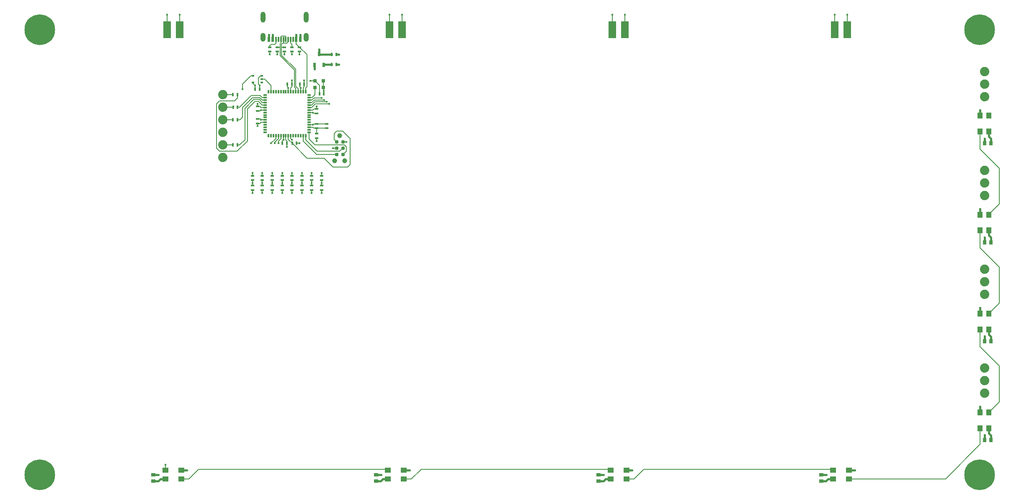
<source format=gtl>
G04*
G04 #@! TF.GenerationSoftware,Altium Limited,Altium Designer,25.8.1 (18)*
G04*
G04 Layer_Physical_Order=1*
G04 Layer_Color=255*
%FSLAX44Y44*%
%MOMM*%
G71*
G04*
G04 #@! TF.SameCoordinates,81C11201-375C-4BD5-9A96-A29CD0A19B37*
G04*
G04*
G04 #@! TF.FilePolarity,Positive*
G04*
G01*
G75*
%ADD11R,0.4000X0.7000*%
%ADD12R,0.6000X0.9000*%
%ADD13R,0.7000X0.4000*%
%ADD14R,0.3000X1.0000*%
%ADD15R,0.6000X1.0000*%
%ADD16R,0.3500X0.8000*%
%ADD17R,0.7000X0.9000*%
%ADD18R,1.1000X1.2000*%
%ADD19R,0.9000X0.7000*%
%ADD20R,1.2000X1.1000*%
%ADD21R,1.5000X3.5000*%
%ADD22R,0.7800X0.6800*%
%ADD23R,0.6000X0.3500*%
%ADD24R,0.8000X0.3500*%
%ADD45C,0.7874*%
%ADD46C,0.1500*%
%ADD47C,0.4000*%
%ADD48O,1.0000X2.2000*%
%ADD49O,1.0000X1.8000*%
%ADD50C,1.8796*%
%ADD51C,0.9906*%
%ADD52C,6.2000*%
%ADD53C,0.4500*%
D11*
X640500Y880000D02*
D03*
X649500D02*
D03*
X640500Y900000D02*
D03*
X649500D02*
D03*
X615500Y820000D02*
D03*
X575500Y840000D02*
D03*
X550500Y840000D02*
D03*
X494500Y830000D02*
D03*
X540500Y720000D02*
D03*
X485500Y830000D02*
D03*
X569500Y720000D02*
D03*
X624500Y820000D02*
D03*
X584500Y840000D02*
D03*
X559500Y840000D02*
D03*
X549500Y720000D02*
D03*
X560500Y720000D02*
D03*
X449500Y716900D02*
D03*
X440500D02*
D03*
X449500Y818500D02*
D03*
X440500D02*
D03*
X450000Y793100D02*
D03*
X441000D02*
D03*
X449500Y767700D02*
D03*
X440500D02*
D03*
D12*
X615000Y901000D02*
D03*
X624500Y879000D02*
D03*
X605500D02*
D03*
D13*
X575000Y914500D02*
D03*
Y905500D02*
D03*
X560000Y914500D02*
D03*
Y905500D02*
D03*
X545000Y914500D02*
D03*
Y905500D02*
D03*
X515000Y914500D02*
D03*
Y905500D02*
D03*
X530000Y914500D02*
D03*
Y905500D02*
D03*
X630000Y759500D02*
D03*
X610000Y780500D02*
D03*
Y759500D02*
D03*
X540000Y625500D02*
D03*
X520000D02*
D03*
X480000D02*
D03*
X500000D02*
D03*
X620000D02*
D03*
X600000D02*
D03*
X490000Y785500D02*
D03*
Y769500D02*
D03*
X580000Y625500D02*
D03*
X560000D02*
D03*
X610000Y730500D02*
D03*
Y789500D02*
D03*
X490000Y794500D02*
D03*
Y760500D02*
D03*
X540000Y654500D02*
D03*
X520000D02*
D03*
X500000D02*
D03*
X480000D02*
D03*
X620000D02*
D03*
X600000D02*
D03*
X580000D02*
D03*
X560000D02*
D03*
X480000Y634500D02*
D03*
X520000Y645500D02*
D03*
X500000Y634500D02*
D03*
X480000Y645500D02*
D03*
X500000D02*
D03*
X610000Y750500D02*
D03*
X630000Y750500D02*
D03*
X610000Y739500D02*
D03*
X620000Y645500D02*
D03*
X560000Y634500D02*
D03*
X600000D02*
D03*
Y645500D02*
D03*
X580000Y634500D02*
D03*
Y645500D02*
D03*
X620000Y634500D02*
D03*
X520000D02*
D03*
X560000Y645500D02*
D03*
X540000Y634500D02*
D03*
Y645500D02*
D03*
D14*
X562500Y930000D02*
D03*
X557500D02*
D03*
X527500D02*
D03*
X532500D02*
D03*
X552500D02*
D03*
X542500D02*
D03*
X547500D02*
D03*
X537500D02*
D03*
D15*
X521000D02*
D03*
X568500D02*
D03*
X577000D02*
D03*
X513000D02*
D03*
D16*
X567500Y824500D02*
D03*
X577500D02*
D03*
X552500D02*
D03*
X542500Y735500D02*
D03*
X587500Y824500D02*
D03*
X572500D02*
D03*
X582500D02*
D03*
X557500D02*
D03*
X547500Y735500D02*
D03*
X552500D02*
D03*
X532500Y824500D02*
D03*
X537500D02*
D03*
X542500D02*
D03*
X547500D02*
D03*
X562500D02*
D03*
X587500Y735500D02*
D03*
X582500D02*
D03*
X577500D02*
D03*
X572500D02*
D03*
X567500D02*
D03*
X562500D02*
D03*
X557500D02*
D03*
X537500D02*
D03*
X532500D02*
D03*
X527500D02*
D03*
X522500D02*
D03*
X517500D02*
D03*
X512500D02*
D03*
X527500Y824500D02*
D03*
X522500D02*
D03*
X517500D02*
D03*
X512500D02*
D03*
D17*
X1960000Y720000D02*
D03*
Y520000D02*
D03*
Y320000D02*
D03*
Y120000D02*
D03*
X1973000Y720000D02*
D03*
Y520000D02*
D03*
Y320000D02*
D03*
Y120000D02*
D03*
D18*
X1951250Y776000D02*
D03*
Y576000D02*
D03*
Y376000D02*
D03*
Y176000D02*
D03*
X1968750Y744000D02*
D03*
Y544000D02*
D03*
Y344000D02*
D03*
Y144000D02*
D03*
X1951250Y744000D02*
D03*
X1968750Y776000D02*
D03*
X1951250Y544000D02*
D03*
X1968750Y576000D02*
D03*
X1951250Y344000D02*
D03*
X1968750Y376000D02*
D03*
X1951250Y144000D02*
D03*
X1968750Y176000D02*
D03*
D19*
X1630000Y50000D02*
D03*
X1180000D02*
D03*
X730000D02*
D03*
X280000D02*
D03*
X1630000Y37000D02*
D03*
X1180000D02*
D03*
X730000D02*
D03*
X280000D02*
D03*
D20*
X1686000Y58750D02*
D03*
X1236000D02*
D03*
X786000D02*
D03*
X336000D02*
D03*
X1654000Y41250D02*
D03*
X1204000D02*
D03*
X754000D02*
D03*
X304000D02*
D03*
X1654000Y58750D02*
D03*
X1686000Y41250D02*
D03*
X1204000Y58750D02*
D03*
X1236000Y41250D02*
D03*
X754000Y58750D02*
D03*
X786000Y41250D02*
D03*
X336000D02*
D03*
X304000Y58750D02*
D03*
D21*
X1682700Y950000D02*
D03*
X1232700D02*
D03*
X782700D02*
D03*
X332700Y950000D02*
D03*
X1207300Y950000D02*
D03*
X757300D02*
D03*
X307300Y950000D02*
D03*
X1657300Y950000D02*
D03*
D22*
X606350Y846650D02*
D03*
X623650Y833350D02*
D03*
Y846650D02*
D03*
X606350Y833350D02*
D03*
D23*
X499000Y856500D02*
D03*
X481000Y843500D02*
D03*
Y856500D02*
D03*
X499000Y843500D02*
D03*
Y850000D02*
D03*
D24*
X594500Y782500D02*
D03*
Y757500D02*
D03*
X505500Y767500D02*
D03*
Y787500D02*
D03*
X594500Y787500D02*
D03*
X505500Y792500D02*
D03*
Y762500D02*
D03*
X594500Y817500D02*
D03*
Y812500D02*
D03*
Y807500D02*
D03*
Y802500D02*
D03*
Y797500D02*
D03*
Y792500D02*
D03*
Y777500D02*
D03*
Y772500D02*
D03*
Y767500D02*
D03*
Y762500D02*
D03*
Y752500D02*
D03*
Y747500D02*
D03*
Y742500D02*
D03*
X505500Y817500D02*
D03*
Y802500D02*
D03*
Y797500D02*
D03*
Y782500D02*
D03*
Y777500D02*
D03*
Y772500D02*
D03*
Y757500D02*
D03*
Y752500D02*
D03*
Y747500D02*
D03*
Y742500D02*
D03*
Y812500D02*
D03*
Y807500D02*
D03*
D45*
X650000Y710000D02*
D03*
X662700Y722700D02*
D03*
X650000Y697300D02*
D03*
X662700D02*
D03*
Y710000D02*
D03*
X650000Y722700D02*
D03*
D46*
X449500Y767700D02*
X454700D01*
X460000Y773000D02*
Y792500D01*
X454700Y767700D02*
X460000Y773000D01*
Y792500D02*
X480500Y813000D01*
X449500Y716900D02*
X454400D01*
X465000Y727500D02*
Y791000D01*
X454400Y716900D02*
X465000Y727500D01*
X478000Y817000D02*
X495500D01*
X454371Y793371D02*
X478000Y817000D01*
X495500D02*
X500000Y812500D01*
X494500Y813000D02*
X500000Y807500D01*
X480500Y813000D02*
X494500D01*
X493500Y809000D02*
X500000Y802500D01*
X483000Y809000D02*
X493500D01*
X465000Y791000D02*
X483000Y809000D01*
X500000Y802500D02*
X505500D01*
X492500Y805000D02*
X500000Y797500D01*
X485000Y805000D02*
X492500D01*
X500000Y797500D02*
X505500D01*
X500000Y807500D02*
X505500D01*
X500000Y812500D02*
X505500D01*
X517500Y832500D02*
Y837500D01*
X505000Y850000D02*
X517500Y837500D01*
X499000Y850000D02*
X505000D01*
X517500Y832500D02*
X517500Y832500D01*
Y824500D02*
Y832500D01*
X460000Y830000D02*
Y840000D01*
X476500Y856500D01*
X481000D01*
X450271Y793371D02*
X454371D01*
X470000Y725000D02*
Y790000D01*
X485000Y805000D01*
X450000Y793100D02*
X450271Y793371D01*
X449000Y704000D02*
X470000Y725000D01*
X549500Y712500D02*
Y720000D01*
X587500Y832500D02*
X590000Y835000D01*
Y899500D01*
X575000Y914500D02*
X590000Y899500D01*
X539000Y898500D02*
X567500Y870000D01*
Y835500D02*
Y870000D01*
X536500Y897465D02*
X565000Y868964D01*
Y834000D02*
Y868964D01*
X537500Y930000D02*
Y936621D01*
X550000Y922500D02*
X552500Y925000D01*
X542500Y923500D02*
Y930000D01*
X552500Y925000D02*
Y930000D01*
X541500Y922500D02*
X550000D01*
X539000Y914500D02*
X545000D01*
X541500Y922500D02*
X542500Y923500D01*
X539000Y920000D02*
X541500Y922500D01*
X539000Y914500D02*
Y920000D01*
Y898500D02*
Y914500D01*
X572500Y824500D02*
Y830500D01*
X567500Y835500D02*
X572500Y830500D01*
X547500Y930000D02*
Y936621D01*
X538379Y937500D02*
X546621D01*
X547500Y936621D01*
X537500D02*
X538379Y937500D01*
X536500Y921500D02*
X537500Y922500D01*
Y930000D01*
X536500Y915000D02*
Y921500D01*
Y897465D02*
Y915000D01*
X536000Y914500D02*
X536500Y915000D01*
X530000Y914500D02*
X536000D01*
X567500Y824500D02*
Y831500D01*
X565000Y834000D02*
X567500Y831500D01*
X545000Y900000D02*
Y905500D01*
Y900000D02*
X545000Y900000D01*
X530000Y900000D02*
X530000Y900000D01*
X530000Y900000D02*
Y905500D01*
X1232700Y950000D02*
Y980000D01*
X1682700Y950000D02*
Y980000D01*
X782700Y950000D02*
Y980000D01*
X610000Y759500D02*
X630000D01*
X606350Y846650D02*
X615500Y837500D01*
Y820000D02*
Y837500D01*
X560000Y900000D02*
Y905500D01*
Y900000D02*
X560000Y900000D01*
X604500Y759500D02*
X610000D01*
X604500Y780500D02*
X610000D01*
Y759500D02*
X610000Y759500D01*
X594500Y782500D02*
X602500D01*
X604500Y780500D01*
X602500Y757500D02*
X604500Y759500D01*
X594500Y757500D02*
X602500D01*
X642500Y710000D02*
X650000D01*
X540000Y620000D02*
Y625500D01*
X520000Y620000D02*
Y625500D01*
X575000Y900000D02*
Y905500D01*
Y900000D02*
X575000Y900000D01*
X515000Y900000D02*
Y905500D01*
Y900000D02*
X515000Y900000D01*
X332700Y950000D02*
Y980000D01*
X496500Y856500D02*
X499000D01*
X497500Y787500D02*
X505500D01*
X492500Y852500D02*
X496500Y856500D01*
X540500Y725500D02*
X542500Y727500D01*
Y735500D01*
X540500Y720000D02*
Y725500D01*
X500000Y620000D02*
Y625500D01*
X620000Y620000D02*
X620000Y620000D01*
X620000Y620000D02*
Y625500D01*
X600000Y620000D02*
Y625500D01*
X495500Y785500D02*
X497500Y787500D01*
X497500Y767500D02*
X505500D01*
X495500Y769500D02*
X497500Y767500D01*
X490000Y785500D02*
X495500D01*
X490000Y769500D02*
X495500D01*
X580000Y620000D02*
Y625500D01*
X560000Y620000D02*
Y625500D01*
X580000Y620000D02*
X580000Y620000D01*
X492500Y839500D02*
X494500Y837500D01*
X575500Y834500D02*
X577500Y832500D01*
X550500Y834500D02*
Y840000D01*
X575500Y834500D02*
Y840000D01*
X494500Y830000D02*
Y837500D01*
X552500Y824500D02*
Y832500D01*
X550500Y834500D02*
X552500Y832500D01*
X577500Y824500D02*
Y832500D01*
X492500Y839500D02*
Y852500D01*
X597500Y846650D02*
X606350D01*
X480000Y620000D02*
Y625500D01*
X557500Y922500D02*
Y930000D01*
X560000Y914500D02*
Y920000D01*
X557500Y922500D02*
X560000Y920000D01*
X515000Y914500D02*
Y917500D01*
X517500Y920000D01*
X525000D01*
X527500Y922500D01*
Y930000D01*
X615000Y901000D02*
X616000Y900000D01*
X587500Y824500D02*
Y832500D01*
X568500Y921000D02*
X575000Y914500D01*
X568500Y921000D02*
Y930000D01*
X481000Y841500D02*
Y843500D01*
Y841500D02*
X485500Y837000D01*
Y830000D02*
Y837000D01*
X624500Y879000D02*
X625500Y880000D01*
X610000Y789500D02*
Y795000D01*
X490000Y794500D02*
Y800000D01*
Y755000D02*
Y760500D01*
X495500Y794500D02*
X497500Y792500D01*
X490000Y794500D02*
X495500D01*
X497500Y792500D02*
X505500D01*
X495500Y760500D02*
X497500Y762500D01*
X490000Y760500D02*
X495500D01*
X497500Y762500D02*
X505500D01*
X662700Y722700D02*
X670000D01*
X569500Y720000D02*
X575000D01*
X623650Y833350D02*
X624500Y832500D01*
Y820000D02*
Y832500D01*
X623650Y833350D02*
Y846650D01*
X582500Y824500D02*
Y832500D01*
X584500Y834500D01*
X604500Y789500D02*
X610000D01*
X602500Y787500D02*
X604500Y789500D01*
X610000Y725000D02*
Y730500D01*
X594500Y787500D02*
X602500D01*
X557500Y832500D02*
X559500Y834500D01*
X557500Y824500D02*
Y832500D01*
X549500Y720000D02*
Y725500D01*
X547500Y727500D02*
X549500Y725500D01*
X547500Y727500D02*
Y735500D01*
X540000Y654500D02*
Y660000D01*
X520000Y654500D02*
Y660000D01*
X500000Y654500D02*
Y660000D01*
X480000Y654500D02*
Y660000D01*
X620000Y660000D02*
X620000Y660000D01*
X620000Y654500D02*
Y660000D01*
X600000Y654500D02*
Y660000D01*
X580000Y660000D02*
X580000Y660000D01*
X580000Y654500D02*
Y660000D01*
X560000D02*
X560000Y660000D01*
X560000Y654500D02*
Y660000D01*
X584500Y840000D02*
Y847500D01*
X559500Y840000D02*
Y847500D01*
Y834500D02*
Y840000D01*
X584500Y834500D02*
Y840000D01*
X594746Y812746D02*
X600246D01*
X606350Y818850D02*
Y833350D01*
X600246Y812746D02*
X606350Y818850D01*
X642500Y672500D02*
X672500D01*
X677500Y677500D01*
X625000Y690000D02*
X642500Y672500D01*
X560000Y645500D02*
X560000Y645500D01*
Y634500D02*
Y640000D01*
Y645500D01*
X540000Y634500D02*
Y640000D01*
Y645500D01*
X600000Y640000D02*
Y645500D01*
Y634500D02*
Y640000D01*
X520000Y634500D02*
Y640000D01*
Y645500D01*
X407500Y710000D02*
X413500Y704000D01*
X449000D01*
X420000Y716900D02*
X440500D01*
X620000Y634500D02*
Y640000D01*
Y645500D01*
X500000Y634500D02*
Y640000D01*
X480000Y634500D02*
Y640000D01*
X580000D02*
Y645500D01*
Y634500D02*
Y640000D01*
X480000D02*
Y645500D01*
X500000Y640000D02*
Y645500D01*
X449500Y812000D02*
Y818500D01*
X532500Y730000D02*
Y735500D01*
X525000Y722500D02*
X532500Y730000D01*
Y720000D02*
Y725000D01*
X525000Y720000D02*
Y722500D01*
X527500Y730000D02*
Y735500D01*
X532500Y725000D02*
X537500Y730000D01*
Y735500D01*
X582500Y725000D02*
Y735500D01*
X594500Y728500D02*
Y742500D01*
X587500Y727500D02*
Y735500D01*
X594500Y797500D02*
X600000D01*
X594500Y792500D02*
X600000D01*
X552500Y728000D02*
Y735500D01*
X557500Y730000D02*
X560000Y727500D01*
X557500Y730000D02*
Y735500D01*
X552500Y728000D02*
X560500Y720000D01*
X420000Y767700D02*
X440500D01*
X407500Y800000D02*
X413500Y806000D01*
X407500Y710000D02*
Y800000D01*
X443500Y806000D02*
X449500Y812000D01*
X413500Y806000D02*
X443500D01*
X420000Y793100D02*
X441000D01*
X420000Y818500D02*
X440500D01*
X517500Y720000D02*
X527500Y730000D01*
X610000Y750500D02*
X610000Y750500D01*
X630000D01*
X665987Y717013D02*
X670000Y713000D01*
Y704600D02*
Y713000D01*
X662700Y697300D02*
X670000Y704600D01*
X656700Y704000D02*
X662700Y710000D01*
X611000Y704000D02*
X656700D01*
X610000Y697500D02*
X649800D01*
X605987Y717013D02*
X665987D01*
X649800Y697500D02*
X650000Y697300D01*
X604500Y812000D02*
X620000D01*
X594500Y812500D02*
X594746Y812746D01*
X594500Y807500D02*
X600000D01*
X645000Y727700D02*
Y740000D01*
X662500Y745000D02*
X677500Y730000D01*
X645000Y727700D02*
X650000Y722700D01*
X645000Y740000D02*
X650000Y745000D01*
X662500D01*
X600000Y797500D02*
X606500Y804000D01*
X600000Y792500D02*
X607500Y800000D01*
X600000Y802500D02*
X605500Y808000D01*
X600000Y807500D02*
X604500Y812000D01*
X594500Y802500D02*
X600000D01*
X607500Y800000D02*
X635000D01*
X606500Y804000D02*
X630000D01*
X605500Y808000D02*
X625000D01*
X587500Y727500D02*
X611000Y704000D01*
X560500Y720000D02*
X590500Y690000D01*
X625000D01*
X582500Y725000D02*
X610000Y697500D01*
X604500Y750500D02*
X610000D01*
Y739500D02*
Y750500D01*
X594500Y728500D02*
X605987Y717013D01*
X594500Y752500D02*
X602500D01*
X604500Y750500D01*
X677500Y677500D02*
Y730000D01*
X1207300Y950000D02*
Y980000D01*
X757300Y950000D02*
Y980000D01*
X307300Y950000D02*
Y980000D01*
X1657300Y950000D02*
Y980000D01*
X304000Y58750D02*
Y70000D01*
X1951250Y111250D02*
Y144000D01*
X1881250Y41250D02*
X1951250Y111250D01*
X1686000Y41250D02*
X1881250D01*
X1990000Y597750D02*
Y670000D01*
X1951250Y708750D02*
X1990000Y670000D01*
X1951250Y708750D02*
Y744000D01*
X1990000Y397250D02*
Y470000D01*
X1951250Y508750D02*
Y544000D01*
Y508750D02*
X1990000Y470000D01*
Y197250D02*
Y270000D01*
X1951250Y308750D02*
Y344000D01*
Y308750D02*
X1990000Y270000D01*
X1968750Y576500D02*
X1990000Y597750D01*
X1968750Y576000D02*
Y576500D01*
Y376000D02*
X1990000Y397250D01*
X1968750Y176000D02*
X1990000Y197250D01*
X1651500Y61250D02*
X1654000Y58750D01*
X1271250Y61250D02*
X1651500D01*
X1251250Y41250D02*
X1271250Y61250D01*
X1236000Y41250D02*
X1251250D01*
X1201500Y61250D02*
X1204000Y58750D01*
X821250Y61250D02*
X1201500D01*
X801250Y41250D02*
X821250Y61250D01*
X786000Y41250D02*
X801250D01*
X751500Y61250D02*
X754000Y58750D01*
X371250Y61250D02*
X751500D01*
X351250Y41250D02*
X371250Y61250D01*
X336000Y41250D02*
X351250D01*
D47*
X1960000Y720000D02*
Y730000D01*
Y520000D02*
Y530000D01*
Y320000D02*
Y330000D01*
X280000Y50000D02*
X290000D01*
X730000D02*
X740000D01*
X1180000D02*
X1190000D01*
X1630000D02*
X1640000D01*
X1960000Y120000D02*
Y130000D01*
X1951250Y776000D02*
Y787500D01*
Y576000D02*
Y587500D01*
Y376000D02*
Y387500D01*
Y176000D02*
Y187500D01*
X1686000Y58750D02*
X1697500D01*
X1236000D02*
X1247500D01*
X786000D02*
X797500D01*
X336000D02*
X347500D01*
X605500Y870000D02*
Y879000D01*
X649500Y880000D02*
X655000D01*
X649500Y900000D02*
X655000D01*
X577000Y930000D02*
Y940000D01*
X513000Y930000D02*
Y940000D01*
X1973000Y720000D02*
Y729500D01*
X1968750Y733750D02*
Y744000D01*
Y733750D02*
X1973000Y729500D01*
Y520000D02*
Y529500D01*
X1968750Y533750D02*
Y544000D01*
Y533750D02*
X1973000Y529500D01*
Y320000D02*
Y329500D01*
X1968750Y333750D02*
Y344000D01*
Y333750D02*
X1973000Y329500D01*
Y120000D02*
Y129500D01*
X1968750Y133750D02*
Y144000D01*
Y133750D02*
X1973000Y129500D01*
X1630000Y37000D02*
X1639500D01*
X1643750Y41250D02*
X1654000D01*
X1639500Y37000D02*
X1643750Y41250D01*
X1180000Y37000D02*
X1189500D01*
X1193750Y41250D02*
X1204000D01*
X1189500Y37000D02*
X1193750Y41250D01*
X730000Y37000D02*
X739500D01*
X743750Y41250D02*
X754000D01*
X739500Y37000D02*
X743750Y41250D01*
X289500Y37000D02*
X293750Y41250D01*
X304000D01*
X280000Y37000D02*
X289500D01*
X615000Y901000D02*
Y910000D01*
X616000Y900000D02*
X640500D01*
X568500Y930000D02*
Y940000D01*
X521000Y930000D02*
Y940000D01*
X625500Y880000D02*
X640500D01*
D48*
X588200Y975000D02*
D03*
X501800D02*
D03*
D49*
X588200Y935000D02*
D03*
X501800D02*
D03*
D50*
X1960000Y214600D02*
D03*
Y414600D02*
D03*
Y614600D02*
D03*
Y814600D02*
D03*
Y265400D02*
D03*
Y465400D02*
D03*
Y665400D02*
D03*
Y865400D02*
D03*
X420000Y691500D02*
D03*
Y716900D02*
D03*
Y742300D02*
D03*
Y767700D02*
D03*
Y793100D02*
D03*
Y818500D02*
D03*
X1960000Y440000D02*
D03*
Y240000D02*
D03*
Y840000D02*
D03*
Y640000D02*
D03*
D51*
X646190Y684600D02*
D03*
X666510D02*
D03*
X656350Y735400D02*
D03*
D52*
X50000Y950000D02*
D03*
X1950000D02*
D03*
Y50000D02*
D03*
X50000D02*
D03*
D53*
X549500Y712500D02*
D03*
X1960000Y730000D02*
D03*
Y530000D02*
D03*
Y330000D02*
D03*
X290000Y50000D02*
D03*
X740000D02*
D03*
X1190000D02*
D03*
X1640000D02*
D03*
X1960000Y130000D02*
D03*
X1951250Y787500D02*
D03*
Y587500D02*
D03*
Y387500D02*
D03*
Y187500D02*
D03*
X1697500Y58750D02*
D03*
X1247500D02*
D03*
X797500D02*
D03*
X347500D02*
D03*
X655000Y880000D02*
D03*
Y900000D02*
D03*
X605500Y870000D02*
D03*
X577000Y940000D02*
D03*
X513000D02*
D03*
X545000Y900000D02*
D03*
X530000D02*
D03*
X1232700Y980000D02*
D03*
X1682700D02*
D03*
X782700D02*
D03*
X602500Y782500D02*
D03*
X560000Y900000D02*
D03*
X642500Y710000D02*
D03*
X540000Y620000D02*
D03*
X602500Y757500D02*
D03*
X520000Y620000D02*
D03*
X575000Y900000D02*
D03*
X515000Y900000D02*
D03*
X332700Y980000D02*
D03*
X542500Y727500D02*
D03*
X500000Y620000D02*
D03*
X600000D02*
D03*
X620000D02*
D03*
X497500Y787500D02*
D03*
X497500Y767500D02*
D03*
X580000Y620000D02*
D03*
X560000Y620000D02*
D03*
X494500Y837500D02*
D03*
X552500Y832500D02*
D03*
X577500Y832500D02*
D03*
X597500Y846650D02*
D03*
X480000Y620000D02*
D03*
X1973000Y729500D02*
D03*
Y529500D02*
D03*
Y329500D02*
D03*
Y129500D02*
D03*
X1639500Y37000D02*
D03*
X1189500D02*
D03*
X739500D02*
D03*
X289500D02*
D03*
X615000Y910000D02*
D03*
X568500Y940000D02*
D03*
X521000D02*
D03*
X485000Y837500D02*
D03*
X633000Y880000D02*
D03*
X610000Y795000D02*
D03*
X490000Y755000D02*
D03*
Y800000D02*
D03*
X670000Y722700D02*
D03*
X575000Y720000D02*
D03*
X624500Y826250D02*
D03*
X610000Y725000D02*
D03*
X540000Y660000D02*
D03*
X520000D02*
D03*
X500000D02*
D03*
X480000D02*
D03*
X620000D02*
D03*
X600000D02*
D03*
X580000Y660000D02*
D03*
X560000Y660000D02*
D03*
X584500Y847500D02*
D03*
X559500D02*
D03*
X517500Y720000D02*
D03*
X560000Y727500D02*
D03*
X525000Y720000D02*
D03*
X532500D02*
D03*
X580000Y640000D02*
D03*
X560000D02*
D03*
X540000D02*
D03*
X520000D02*
D03*
X460000Y830000D02*
D03*
X480000Y640000D02*
D03*
X500000D02*
D03*
X620000Y812000D02*
D03*
X630000Y804000D02*
D03*
X625000Y808000D02*
D03*
X635000Y800000D02*
D03*
X620000Y640000D02*
D03*
X600000D02*
D03*
X1207300Y980000D02*
D03*
X757300D02*
D03*
X307300D02*
D03*
X1657300D02*
D03*
X304000Y70000D02*
D03*
M02*

</source>
